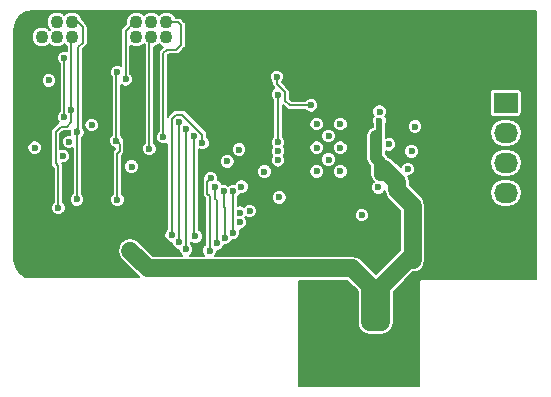
<source format=gbr>
G04 #@! TF.FileFunction,Copper,L2,Inr,Signal*
%FSLAX46Y46*%
G04 Gerber Fmt 4.6, Leading zero omitted, Abs format (unit mm)*
G04 Created by KiCad (PCBNEW 4.0.2+e4-6225~38~ubuntu14.04.1-stable) date Sat 23 Jul 2016 00:32:59 PDT*
%MOMM*%
G01*
G04 APERTURE LIST*
%ADD10C,0.100000*%
%ADD11C,0.600000*%
%ADD12R,2.032000X1.727200*%
%ADD13O,2.032000X1.727200*%
%ADD14C,1.100000*%
%ADD15C,0.150000*%
%ADD16C,1.500000*%
%ADD17C,1.000000*%
%ADD18C,0.500000*%
%ADD19C,0.200000*%
G04 APERTURE END LIST*
D10*
D11*
X152000000Y-83000000D03*
X152000000Y-81000000D03*
X153000000Y-84000000D03*
X151000000Y-84000000D03*
X153000000Y-82000000D03*
X151000000Y-82000000D03*
X153000000Y-80000000D03*
X151000000Y-80000000D03*
D12*
X167000000Y-78190000D03*
D13*
X167000000Y-80730000D03*
X167000000Y-83270000D03*
X167000000Y-85810000D03*
D11*
X143425000Y-83150000D03*
X144425000Y-82150000D03*
D14*
X138270000Y-72635000D03*
X138270000Y-71365000D03*
X137000000Y-72635000D03*
X137000000Y-71365000D03*
X135730000Y-72635000D03*
X135730000Y-71365000D03*
X130270000Y-72635000D03*
X130270000Y-71365000D03*
X129000000Y-72635000D03*
X129000000Y-71365000D03*
X127730000Y-72635000D03*
X127730000Y-71365000D03*
D11*
X129525000Y-82700000D03*
X135325000Y-77500000D03*
X140725000Y-76900000D03*
X138025000Y-83200000D03*
X149025000Y-73700000D03*
X151825000Y-90500000D03*
X150825000Y-90500000D03*
X149825000Y-90500000D03*
X142525000Y-90100000D03*
X142425000Y-85300000D03*
X141925000Y-90700000D03*
X142025000Y-84600000D03*
X143925000Y-89200000D03*
X143925000Y-85700000D03*
X143225000Y-89600000D03*
X143125000Y-85700000D03*
X156525000Y-93700000D03*
X155525000Y-93700000D03*
X155525000Y-94650000D03*
X155525000Y-95700000D03*
X155525000Y-96750000D03*
X156475000Y-96750000D03*
X156475000Y-94650000D03*
X156475000Y-95700000D03*
X135225000Y-90700000D03*
X156350000Y-84275000D03*
X156300000Y-79725000D03*
X139325000Y-90000000D03*
X139325000Y-79800000D03*
X139925000Y-90600000D03*
X139925000Y-80400000D03*
X138725000Y-89400000D03*
X141325000Y-81600000D03*
X156225000Y-85350000D03*
X156325000Y-78950000D03*
X147825000Y-86200000D03*
X159325000Y-80200000D03*
X157125000Y-81700000D03*
X159025000Y-82300000D03*
X158725000Y-83800000D03*
X144625000Y-85300000D03*
X154825000Y-87700000D03*
X150525000Y-78400000D03*
X147625000Y-76000000D03*
X146575000Y-84025000D03*
X129625000Y-74400000D03*
X129625000Y-79400000D03*
X138025000Y-81100000D03*
X130025000Y-81500000D03*
X136825000Y-82100000D03*
X134825000Y-76200000D03*
X128325000Y-76300000D03*
X147725000Y-83050000D03*
X135325000Y-83600000D03*
X147725000Y-82300000D03*
X127125000Y-82000000D03*
X147725000Y-77500000D03*
X147725000Y-81550000D03*
X131950000Y-80075000D03*
X140725000Y-89500000D03*
X140625000Y-81000000D03*
X144475000Y-88300000D03*
X129125000Y-87100000D03*
X130225000Y-78800000D03*
X134125000Y-86400000D03*
X145325000Y-87350000D03*
X134125000Y-75600000D03*
X134025000Y-81400000D03*
X144475000Y-87500000D03*
X130700000Y-86375000D03*
X130725000Y-80700000D03*
D15*
X135725000Y-72640000D02*
X135730000Y-72635000D01*
X142525000Y-90100000D02*
X142525000Y-86400000D01*
X142425000Y-86300000D02*
X142425000Y-85300000D01*
X142525000Y-86400000D02*
X142425000Y-86300000D01*
X141925000Y-90700000D02*
X141925000Y-86100000D01*
X141725000Y-84900000D02*
X142025000Y-84600000D01*
X141725000Y-85900000D02*
X141725000Y-84900000D01*
X141925000Y-86100000D02*
X141725000Y-85900000D01*
X143925000Y-85700000D02*
X143925000Y-89200000D01*
X143225000Y-89600000D02*
X143225000Y-87100000D01*
X143125000Y-87000000D02*
X143125000Y-85700000D01*
X143225000Y-87100000D02*
X143125000Y-87000000D01*
D16*
X159125000Y-91500000D02*
X158725000Y-91500000D01*
X159125000Y-91500000D02*
X159125000Y-89400000D01*
X159125000Y-89400000D02*
X159125000Y-86900000D01*
D17*
X156350000Y-84275000D02*
X157200000Y-84275000D01*
X156725000Y-84300000D02*
X156725000Y-83800000D01*
X157175000Y-84300000D02*
X156725000Y-84300000D01*
X157200000Y-84275000D02*
X157175000Y-84300000D01*
D16*
X159125000Y-86900000D02*
X157825000Y-85600000D01*
X157825000Y-85600000D02*
X157825000Y-84900000D01*
X157825000Y-84900000D02*
X156725000Y-83800000D01*
X156475000Y-93750000D02*
X156475000Y-95700000D01*
X158725000Y-91500000D02*
X156475000Y-93750000D01*
X156475000Y-95700000D02*
X156475000Y-96750000D01*
X156475000Y-96750000D02*
X155525000Y-96750000D01*
X155525000Y-96750000D02*
X155525000Y-95700000D01*
X155525000Y-95700000D02*
X155525000Y-94650000D01*
X155525000Y-94650000D02*
X155525000Y-93700000D01*
X155525000Y-93700000D02*
X154025000Y-92200000D01*
X154025000Y-92200000D02*
X150975000Y-92200000D01*
X150975000Y-92200000D02*
X149275000Y-92200000D01*
X136725000Y-92200000D02*
X135225000Y-90700000D01*
X149275000Y-92200000D02*
X136725000Y-92200000D01*
D17*
X156350000Y-84275000D02*
X156350000Y-83225000D01*
D18*
X156300000Y-80725000D02*
X156300000Y-79725000D01*
X156025000Y-81000000D02*
X156300000Y-80725000D01*
D17*
X156025000Y-82900000D02*
X156025000Y-81000000D01*
X156350000Y-83225000D02*
X156025000Y-82900000D01*
D15*
X139325000Y-79800000D02*
X139325000Y-90000000D01*
X139925000Y-80400000D02*
X139925000Y-90600000D01*
X138725000Y-89400000D02*
X138725000Y-79600000D01*
X141325000Y-80900000D02*
X141325000Y-81600000D01*
X139625000Y-79200000D02*
X141325000Y-80900000D01*
X139125000Y-79200000D02*
X139625000Y-79200000D01*
X138725000Y-79600000D02*
X139125000Y-79200000D01*
X150525000Y-78400000D02*
X148725000Y-78400000D01*
X147625000Y-76600000D02*
X147625000Y-76000000D01*
X148325000Y-77300000D02*
X147625000Y-76600000D01*
X148325000Y-78000000D02*
X148325000Y-77300000D01*
X148725000Y-78400000D02*
X148325000Y-78000000D01*
X129625000Y-74400000D02*
X129625000Y-79400000D01*
X138025000Y-81100000D02*
X138025000Y-74000000D01*
X139290000Y-71365000D02*
X138270000Y-71365000D01*
X139525000Y-71600000D02*
X139290000Y-71365000D01*
X139525000Y-73300000D02*
X139525000Y-71600000D01*
X139125000Y-73700000D02*
X139525000Y-73300000D01*
X138325000Y-73700000D02*
X139125000Y-73700000D01*
X138025000Y-74000000D02*
X138325000Y-73700000D01*
X136825000Y-72810000D02*
X136825000Y-82100000D01*
X136825000Y-72810000D02*
X137000000Y-72635000D01*
X137025000Y-72660000D02*
X137000000Y-72635000D01*
X134825000Y-76200000D02*
X134825000Y-72100000D01*
X134825000Y-72100000D02*
X135560000Y-71365000D01*
X135560000Y-71365000D02*
X135730000Y-71365000D01*
X147725000Y-81550000D02*
X147725000Y-77500000D01*
X140625000Y-81000000D02*
X140625000Y-89400000D01*
X140625000Y-89400000D02*
X140725000Y-89500000D01*
X129125000Y-83550000D02*
X128900000Y-83325000D01*
X129125000Y-87100000D02*
X129125000Y-83550000D01*
X130225000Y-78800000D02*
X130225000Y-79850000D01*
X129875000Y-80200000D02*
X130225000Y-79850000D01*
X129350000Y-80200000D02*
X129875000Y-80200000D01*
X128900000Y-80650000D02*
X129350000Y-80200000D01*
X128900000Y-83325000D02*
X128900000Y-80650000D01*
X130225000Y-72680000D02*
X130225000Y-78800000D01*
X130225000Y-72680000D02*
X130270000Y-72635000D01*
X134125000Y-82500000D02*
X134325000Y-82300000D01*
X134325000Y-82300000D02*
X134325000Y-81700000D01*
X134025000Y-81400000D02*
X134325000Y-81700000D01*
X134125000Y-86400000D02*
X134125000Y-82500000D01*
X134025000Y-75700000D02*
X134125000Y-75600000D01*
X134025000Y-81400000D02*
X134025000Y-75700000D01*
X130725000Y-80700000D02*
X130725000Y-86350000D01*
X130725000Y-86350000D02*
X130700000Y-86375000D01*
X130725000Y-80700000D02*
X130725000Y-80700000D01*
X130725000Y-80700000D02*
X130725000Y-80400000D01*
X131225000Y-71800000D02*
X130790000Y-71365000D01*
X131225000Y-73100000D02*
X131225000Y-71800000D01*
X130825000Y-73500000D02*
X131225000Y-73100000D01*
X130825000Y-80300000D02*
X130825000Y-73500000D01*
X130725000Y-80400000D02*
X130825000Y-80300000D01*
X130790000Y-71365000D02*
X130270000Y-71365000D01*
D19*
G36*
X169597716Y-70402284D02*
X169605000Y-70438903D01*
X169605000Y-93061097D01*
X169597716Y-93097716D01*
X169586234Y-93100000D01*
X159800000Y-93100000D01*
X159761094Y-93107879D01*
X159728319Y-93130273D01*
X159706839Y-93163654D01*
X159700000Y-93200000D01*
X159700000Y-102200000D01*
X149500000Y-102200000D01*
X149500000Y-93270000D01*
X153581792Y-93270000D01*
X154455000Y-94143208D01*
X154455000Y-96750000D01*
X154536449Y-97159471D01*
X154768396Y-97506604D01*
X155115529Y-97738551D01*
X155525000Y-97820000D01*
X156475000Y-97820000D01*
X156884471Y-97738551D01*
X157231604Y-97506604D01*
X157463551Y-97159471D01*
X157545000Y-96750000D01*
X157545000Y-94193208D01*
X159178938Y-92559271D01*
X159534471Y-92488551D01*
X159881604Y-92256604D01*
X160113551Y-91909471D01*
X160195000Y-91500000D01*
X160195000Y-86900000D01*
X160113551Y-86490529D01*
X160096448Y-86464932D01*
X159881605Y-86143396D01*
X159548209Y-85810000D01*
X165637826Y-85810000D01*
X165727922Y-86262944D01*
X165984494Y-86646932D01*
X166368482Y-86903504D01*
X166821426Y-86993600D01*
X167178574Y-86993600D01*
X167631518Y-86903504D01*
X168015506Y-86646932D01*
X168272078Y-86262944D01*
X168362174Y-85810000D01*
X168272078Y-85357056D01*
X168015506Y-84973068D01*
X167631518Y-84716496D01*
X167178574Y-84626400D01*
X166821426Y-84626400D01*
X166368482Y-84716496D01*
X165984494Y-84973068D01*
X165727922Y-85357056D01*
X165637826Y-85810000D01*
X159548209Y-85810000D01*
X158895000Y-85156792D01*
X158895000Y-84900000D01*
X158813551Y-84490529D01*
X158766450Y-84420037D01*
X158847785Y-84420108D01*
X159075743Y-84325917D01*
X159250304Y-84151661D01*
X159344893Y-83923867D01*
X159345108Y-83677215D01*
X159250917Y-83449257D01*
X159076661Y-83274696D01*
X159065352Y-83270000D01*
X165637826Y-83270000D01*
X165727922Y-83722944D01*
X165984494Y-84106932D01*
X166368482Y-84363504D01*
X166821426Y-84453600D01*
X167178574Y-84453600D01*
X167631518Y-84363504D01*
X168015506Y-84106932D01*
X168272078Y-83722944D01*
X168362174Y-83270000D01*
X168272078Y-82817056D01*
X168015506Y-82433068D01*
X167631518Y-82176496D01*
X167178574Y-82086400D01*
X166821426Y-82086400D01*
X166368482Y-82176496D01*
X165984494Y-82433068D01*
X165727922Y-82817056D01*
X165637826Y-83270000D01*
X159065352Y-83270000D01*
X158848867Y-83180107D01*
X158602215Y-83179892D01*
X158374257Y-83274083D01*
X158199696Y-83448339D01*
X158107816Y-83669608D01*
X157481604Y-83043396D01*
X157134471Y-82811449D01*
X157026592Y-82789990D01*
X156929828Y-82645172D01*
X156929825Y-82645170D01*
X156845000Y-82560345D01*
X156845000Y-82422785D01*
X158404892Y-82422785D01*
X158499083Y-82650743D01*
X158673339Y-82825304D01*
X158901133Y-82919893D01*
X159147785Y-82920108D01*
X159375743Y-82825917D01*
X159550304Y-82651661D01*
X159644893Y-82423867D01*
X159645108Y-82177215D01*
X159550917Y-81949257D01*
X159376661Y-81774696D01*
X159148867Y-81680107D01*
X158902215Y-81679892D01*
X158674257Y-81774083D01*
X158499696Y-81948339D01*
X158405107Y-82176133D01*
X158404892Y-82422785D01*
X156845000Y-82422785D01*
X156845000Y-82255060D01*
X157001133Y-82319893D01*
X157247785Y-82320108D01*
X157475743Y-82225917D01*
X157650304Y-82051661D01*
X157744893Y-81823867D01*
X157745108Y-81577215D01*
X157650917Y-81349257D01*
X157476661Y-81174696D01*
X157248867Y-81080107D01*
X157002215Y-81079892D01*
X156845000Y-81144852D01*
X156845000Y-81000000D01*
X156830150Y-80925343D01*
X156870000Y-80725000D01*
X156870000Y-80322785D01*
X158704892Y-80322785D01*
X158799083Y-80550743D01*
X158973339Y-80725304D01*
X159201133Y-80819893D01*
X159447785Y-80820108D01*
X159665861Y-80730000D01*
X165637826Y-80730000D01*
X165727922Y-81182944D01*
X165984494Y-81566932D01*
X166368482Y-81823504D01*
X166821426Y-81913600D01*
X167178574Y-81913600D01*
X167631518Y-81823504D01*
X168015506Y-81566932D01*
X168272078Y-81182944D01*
X168362174Y-80730000D01*
X168272078Y-80277056D01*
X168015506Y-79893068D01*
X167631518Y-79636496D01*
X167178574Y-79546400D01*
X166821426Y-79546400D01*
X166368482Y-79636496D01*
X165984494Y-79893068D01*
X165727922Y-80277056D01*
X165637826Y-80730000D01*
X159665861Y-80730000D01*
X159675743Y-80725917D01*
X159850304Y-80551661D01*
X159944893Y-80323867D01*
X159945108Y-80077215D01*
X159850917Y-79849257D01*
X159676661Y-79674696D01*
X159448867Y-79580107D01*
X159202215Y-79579892D01*
X158974257Y-79674083D01*
X158799696Y-79848339D01*
X158705107Y-80076133D01*
X158704892Y-80322785D01*
X156870000Y-80322785D01*
X156870000Y-79969022D01*
X156919893Y-79848867D01*
X156920108Y-79602215D01*
X156825917Y-79374257D01*
X156801791Y-79350089D01*
X156850304Y-79301661D01*
X156944893Y-79073867D01*
X156945108Y-78827215D01*
X156850917Y-78599257D01*
X156676661Y-78424696D01*
X156448867Y-78330107D01*
X156202215Y-78329892D01*
X155974257Y-78424083D01*
X155799696Y-78598339D01*
X155705107Y-78826133D01*
X155704892Y-79072785D01*
X155799083Y-79300743D01*
X155823209Y-79324911D01*
X155774696Y-79373339D01*
X155680107Y-79601133D01*
X155679892Y-79847785D01*
X155730000Y-79969055D01*
X155730000Y-80238679D01*
X155711200Y-80242419D01*
X155445172Y-80420172D01*
X155267419Y-80686200D01*
X155205000Y-81000000D01*
X155205000Y-82899995D01*
X155204999Y-82900000D01*
X155267419Y-83213801D01*
X155445172Y-83479828D01*
X155530000Y-83564656D01*
X155530000Y-84275000D01*
X155592419Y-84588800D01*
X155770172Y-84854828D01*
X155814073Y-84884162D01*
X155699696Y-84998339D01*
X155605107Y-85226133D01*
X155604892Y-85472785D01*
X155699083Y-85700743D01*
X155873339Y-85875304D01*
X156101133Y-85969893D01*
X156347785Y-85970108D01*
X156575743Y-85875917D01*
X156750304Y-85701661D01*
X156767151Y-85661089D01*
X156836449Y-86009471D01*
X157068396Y-86356604D01*
X158055000Y-87343209D01*
X158055000Y-90685528D01*
X157968396Y-90743395D01*
X156025000Y-92686792D01*
X154781604Y-91443396D01*
X154434471Y-91211449D01*
X154025000Y-91130000D01*
X142371828Y-91130000D01*
X142450304Y-91051661D01*
X142544893Y-90823867D01*
X142544984Y-90720018D01*
X142647785Y-90720108D01*
X142875743Y-90625917D01*
X143050304Y-90451661D01*
X143144893Y-90223867D01*
X143144896Y-90219931D01*
X143347785Y-90220108D01*
X143575743Y-90125917D01*
X143750304Y-89951661D01*
X143805018Y-89819896D01*
X144047785Y-89820108D01*
X144275743Y-89725917D01*
X144450304Y-89551661D01*
X144544893Y-89323867D01*
X144545108Y-89077215D01*
X144480150Y-88920005D01*
X144597785Y-88920108D01*
X144825743Y-88825917D01*
X145000304Y-88651661D01*
X145094893Y-88423867D01*
X145095108Y-88177215D01*
X145000917Y-87949257D01*
X144951813Y-87900067D01*
X144975656Y-87876266D01*
X145201133Y-87969893D01*
X145447785Y-87970108D01*
X145675743Y-87875917D01*
X145728967Y-87822785D01*
X154204892Y-87822785D01*
X154299083Y-88050743D01*
X154473339Y-88225304D01*
X154701133Y-88319893D01*
X154947785Y-88320108D01*
X155175743Y-88225917D01*
X155350304Y-88051661D01*
X155444893Y-87823867D01*
X155445108Y-87577215D01*
X155350917Y-87349257D01*
X155176661Y-87174696D01*
X154948867Y-87080107D01*
X154702215Y-87079892D01*
X154474257Y-87174083D01*
X154299696Y-87348339D01*
X154205107Y-87576133D01*
X154204892Y-87822785D01*
X145728967Y-87822785D01*
X145850304Y-87701661D01*
X145944893Y-87473867D01*
X145945108Y-87227215D01*
X145850917Y-86999257D01*
X145676661Y-86824696D01*
X145448867Y-86730107D01*
X145202215Y-86729892D01*
X144974257Y-86824083D01*
X144824344Y-86973734D01*
X144598867Y-86880107D01*
X144352215Y-86879892D01*
X144320000Y-86893203D01*
X144320000Y-86322785D01*
X147204892Y-86322785D01*
X147299083Y-86550743D01*
X147473339Y-86725304D01*
X147701133Y-86819893D01*
X147947785Y-86820108D01*
X148175743Y-86725917D01*
X148350304Y-86551661D01*
X148444893Y-86323867D01*
X148445108Y-86077215D01*
X148350917Y-85849257D01*
X148176661Y-85674696D01*
X147948867Y-85580107D01*
X147702215Y-85579892D01*
X147474257Y-85674083D01*
X147299696Y-85848339D01*
X147205107Y-86076133D01*
X147204892Y-86322785D01*
X144320000Y-86322785D01*
X144320000Y-86181737D01*
X144450304Y-86051661D01*
X144505018Y-85919896D01*
X144747785Y-85920108D01*
X144975743Y-85825917D01*
X145150304Y-85651661D01*
X145244893Y-85423867D01*
X145245108Y-85177215D01*
X145150917Y-84949257D01*
X144976661Y-84774696D01*
X144748867Y-84680107D01*
X144502215Y-84679892D01*
X144274257Y-84774083D01*
X144099696Y-84948339D01*
X144044982Y-85080104D01*
X143802215Y-85079892D01*
X143574257Y-85174083D01*
X143525067Y-85223187D01*
X143476661Y-85174696D01*
X143248867Y-85080107D01*
X143004896Y-85079894D01*
X142950917Y-84949257D01*
X142776661Y-84774696D01*
X142644896Y-84719982D01*
X142645108Y-84477215D01*
X142550917Y-84249257D01*
X142449623Y-84147785D01*
X145954892Y-84147785D01*
X146049083Y-84375743D01*
X146223339Y-84550304D01*
X146451133Y-84644893D01*
X146697785Y-84645108D01*
X146925743Y-84550917D01*
X147100304Y-84376661D01*
X147194893Y-84148867D01*
X147194915Y-84122785D01*
X150379892Y-84122785D01*
X150474083Y-84350743D01*
X150648339Y-84525304D01*
X150876133Y-84619893D01*
X151122785Y-84620108D01*
X151350743Y-84525917D01*
X151525304Y-84351661D01*
X151619893Y-84123867D01*
X151619893Y-84122785D01*
X152379892Y-84122785D01*
X152474083Y-84350743D01*
X152648339Y-84525304D01*
X152876133Y-84619893D01*
X153122785Y-84620108D01*
X153350743Y-84525917D01*
X153525304Y-84351661D01*
X153619893Y-84123867D01*
X153620108Y-83877215D01*
X153525917Y-83649257D01*
X153351661Y-83474696D01*
X153123867Y-83380107D01*
X152877215Y-83379892D01*
X152649257Y-83474083D01*
X152474696Y-83648339D01*
X152380107Y-83876133D01*
X152379892Y-84122785D01*
X151619893Y-84122785D01*
X151620108Y-83877215D01*
X151525917Y-83649257D01*
X151351661Y-83474696D01*
X151123867Y-83380107D01*
X150877215Y-83379892D01*
X150649257Y-83474083D01*
X150474696Y-83648339D01*
X150380107Y-83876133D01*
X150379892Y-84122785D01*
X147194915Y-84122785D01*
X147195108Y-83902215D01*
X147100917Y-83674257D01*
X146926661Y-83499696D01*
X146698867Y-83405107D01*
X146452215Y-83404892D01*
X146224257Y-83499083D01*
X146049696Y-83673339D01*
X145955107Y-83901133D01*
X145954892Y-84147785D01*
X142449623Y-84147785D01*
X142376661Y-84074696D01*
X142148867Y-83980107D01*
X141902215Y-83979892D01*
X141674257Y-84074083D01*
X141499696Y-84248339D01*
X141405107Y-84476133D01*
X141404928Y-84681702D01*
X141360068Y-84748840D01*
X141330000Y-84900000D01*
X141330000Y-85900000D01*
X141360068Y-86051160D01*
X141445693Y-86179307D01*
X141530000Y-86263614D01*
X141530000Y-90218263D01*
X141399696Y-90348339D01*
X141305107Y-90576133D01*
X141304892Y-90822785D01*
X141399083Y-91050743D01*
X141478202Y-91130000D01*
X140265861Y-91130000D01*
X140275743Y-91125917D01*
X140450304Y-90951661D01*
X140544893Y-90723867D01*
X140545108Y-90477215D01*
X140450917Y-90249257D01*
X140320000Y-90118111D01*
X140320000Y-89971872D01*
X140373339Y-90025304D01*
X140601133Y-90119893D01*
X140847785Y-90120108D01*
X141075743Y-90025917D01*
X141250304Y-89851661D01*
X141344893Y-89623867D01*
X141345108Y-89377215D01*
X141250917Y-89149257D01*
X141076661Y-88974696D01*
X141020000Y-88951168D01*
X141020000Y-83272785D01*
X142804892Y-83272785D01*
X142899083Y-83500743D01*
X143073339Y-83675304D01*
X143301133Y-83769893D01*
X143547785Y-83770108D01*
X143775743Y-83675917D01*
X143950304Y-83501661D01*
X144044893Y-83273867D01*
X144045108Y-83027215D01*
X143950917Y-82799257D01*
X143776661Y-82624696D01*
X143548867Y-82530107D01*
X143302215Y-82529892D01*
X143074257Y-82624083D01*
X142899696Y-82798339D01*
X142805107Y-83026133D01*
X142804892Y-83272785D01*
X141020000Y-83272785D01*
X141020000Y-82272785D01*
X143804892Y-82272785D01*
X143899083Y-82500743D01*
X144073339Y-82675304D01*
X144301133Y-82769893D01*
X144547785Y-82770108D01*
X144775743Y-82675917D01*
X144950304Y-82501661D01*
X145044893Y-82273867D01*
X145045108Y-82027215D01*
X144950917Y-81799257D01*
X144776661Y-81624696D01*
X144548867Y-81530107D01*
X144302215Y-81529892D01*
X144074257Y-81624083D01*
X143899696Y-81798339D01*
X143805107Y-82026133D01*
X143804892Y-82272785D01*
X141020000Y-82272785D01*
X141020000Y-82144679D01*
X141201133Y-82219893D01*
X141447785Y-82220108D01*
X141675743Y-82125917D01*
X141850304Y-81951661D01*
X141944893Y-81723867D01*
X141945108Y-81477215D01*
X141850917Y-81249257D01*
X141720000Y-81118111D01*
X141720000Y-80900000D01*
X141689932Y-80748840D01*
X141604307Y-80620693D01*
X139904307Y-78920693D01*
X139776160Y-78835068D01*
X139625000Y-78805000D01*
X139125000Y-78805000D01*
X138973840Y-78835068D01*
X138845693Y-78920693D01*
X138445693Y-79320693D01*
X138420000Y-79359145D01*
X138420000Y-76122785D01*
X147004892Y-76122785D01*
X147099083Y-76350743D01*
X147230000Y-76481889D01*
X147230000Y-76600000D01*
X147260068Y-76751160D01*
X147345693Y-76879307D01*
X147421110Y-76954724D01*
X147374257Y-76974083D01*
X147199696Y-77148339D01*
X147105107Y-77376133D01*
X147104892Y-77622785D01*
X147199083Y-77850743D01*
X147330000Y-77981889D01*
X147330000Y-81068263D01*
X147199696Y-81198339D01*
X147105107Y-81426133D01*
X147104892Y-81672785D01*
X147199083Y-81900743D01*
X147223187Y-81924889D01*
X147199696Y-81948339D01*
X147105107Y-82176133D01*
X147104892Y-82422785D01*
X147199083Y-82650743D01*
X147223187Y-82674889D01*
X147199696Y-82698339D01*
X147105107Y-82926133D01*
X147104892Y-83172785D01*
X147199083Y-83400743D01*
X147373339Y-83575304D01*
X147601133Y-83669893D01*
X147847785Y-83670108D01*
X148075743Y-83575917D01*
X148250304Y-83401661D01*
X148344893Y-83173867D01*
X148344937Y-83122785D01*
X151379892Y-83122785D01*
X151474083Y-83350743D01*
X151648339Y-83525304D01*
X151876133Y-83619893D01*
X152122785Y-83620108D01*
X152350743Y-83525917D01*
X152525304Y-83351661D01*
X152619893Y-83123867D01*
X152620108Y-82877215D01*
X152525917Y-82649257D01*
X152351661Y-82474696D01*
X152123867Y-82380107D01*
X151877215Y-82379892D01*
X151649257Y-82474083D01*
X151474696Y-82648339D01*
X151380107Y-82876133D01*
X151379892Y-83122785D01*
X148344937Y-83122785D01*
X148345108Y-82927215D01*
X148250917Y-82699257D01*
X148226813Y-82675111D01*
X148250304Y-82651661D01*
X148344893Y-82423867D01*
X148345108Y-82177215D01*
X148322618Y-82122785D01*
X150379892Y-82122785D01*
X150474083Y-82350743D01*
X150648339Y-82525304D01*
X150876133Y-82619893D01*
X151122785Y-82620108D01*
X151350743Y-82525917D01*
X151525304Y-82351661D01*
X151619893Y-82123867D01*
X151619893Y-82122785D01*
X152379892Y-82122785D01*
X152474083Y-82350743D01*
X152648339Y-82525304D01*
X152876133Y-82619893D01*
X153122785Y-82620108D01*
X153350743Y-82525917D01*
X153525304Y-82351661D01*
X153619893Y-82123867D01*
X153620108Y-81877215D01*
X153525917Y-81649257D01*
X153351661Y-81474696D01*
X153123867Y-81380107D01*
X152877215Y-81379892D01*
X152649257Y-81474083D01*
X152474696Y-81648339D01*
X152380107Y-81876133D01*
X152379892Y-82122785D01*
X151619893Y-82122785D01*
X151620108Y-81877215D01*
X151525917Y-81649257D01*
X151351661Y-81474696D01*
X151123867Y-81380107D01*
X150877215Y-81379892D01*
X150649257Y-81474083D01*
X150474696Y-81648339D01*
X150380107Y-81876133D01*
X150379892Y-82122785D01*
X148322618Y-82122785D01*
X148250917Y-81949257D01*
X148226813Y-81925111D01*
X148250304Y-81901661D01*
X148344893Y-81673867D01*
X148345108Y-81427215D01*
X148250917Y-81199257D01*
X148174579Y-81122785D01*
X151379892Y-81122785D01*
X151474083Y-81350743D01*
X151648339Y-81525304D01*
X151876133Y-81619893D01*
X152122785Y-81620108D01*
X152350743Y-81525917D01*
X152525304Y-81351661D01*
X152619893Y-81123867D01*
X152620108Y-80877215D01*
X152525917Y-80649257D01*
X152351661Y-80474696D01*
X152123867Y-80380107D01*
X151877215Y-80379892D01*
X151649257Y-80474083D01*
X151474696Y-80648339D01*
X151380107Y-80876133D01*
X151379892Y-81122785D01*
X148174579Y-81122785D01*
X148120000Y-81068111D01*
X148120000Y-80122785D01*
X150379892Y-80122785D01*
X150474083Y-80350743D01*
X150648339Y-80525304D01*
X150876133Y-80619893D01*
X151122785Y-80620108D01*
X151350743Y-80525917D01*
X151525304Y-80351661D01*
X151619893Y-80123867D01*
X151619893Y-80122785D01*
X152379892Y-80122785D01*
X152474083Y-80350743D01*
X152648339Y-80525304D01*
X152876133Y-80619893D01*
X153122785Y-80620108D01*
X153350743Y-80525917D01*
X153525304Y-80351661D01*
X153619893Y-80123867D01*
X153620108Y-79877215D01*
X153525917Y-79649257D01*
X153351661Y-79474696D01*
X153123867Y-79380107D01*
X152877215Y-79379892D01*
X152649257Y-79474083D01*
X152474696Y-79648339D01*
X152380107Y-79876133D01*
X152379892Y-80122785D01*
X151619893Y-80122785D01*
X151620108Y-79877215D01*
X151525917Y-79649257D01*
X151351661Y-79474696D01*
X151123867Y-79380107D01*
X150877215Y-79379892D01*
X150649257Y-79474083D01*
X150474696Y-79648339D01*
X150380107Y-79876133D01*
X150379892Y-80122785D01*
X148120000Y-80122785D01*
X148120000Y-78353614D01*
X148445693Y-78679307D01*
X148573840Y-78764932D01*
X148725000Y-78795000D01*
X150043263Y-78795000D01*
X150173339Y-78925304D01*
X150401133Y-79019893D01*
X150647785Y-79020108D01*
X150875743Y-78925917D01*
X151050304Y-78751661D01*
X151144893Y-78523867D01*
X151145108Y-78277215D01*
X151050917Y-78049257D01*
X150876661Y-77874696D01*
X150648867Y-77780107D01*
X150402215Y-77779892D01*
X150174257Y-77874083D01*
X150043111Y-78005000D01*
X148888614Y-78005000D01*
X148720000Y-77836386D01*
X148720000Y-77326400D01*
X165657731Y-77326400D01*
X165657731Y-79053600D01*
X165680044Y-79172185D01*
X165750128Y-79281098D01*
X165857063Y-79354164D01*
X165984000Y-79379869D01*
X168016000Y-79379869D01*
X168134585Y-79357556D01*
X168243498Y-79287472D01*
X168316564Y-79180537D01*
X168342269Y-79053600D01*
X168342269Y-77326400D01*
X168319956Y-77207815D01*
X168249872Y-77098902D01*
X168142937Y-77025836D01*
X168016000Y-77000131D01*
X165984000Y-77000131D01*
X165865415Y-77022444D01*
X165756502Y-77092528D01*
X165683436Y-77199463D01*
X165657731Y-77326400D01*
X148720000Y-77326400D01*
X148720000Y-77300000D01*
X148689932Y-77148840D01*
X148652306Y-77092528D01*
X148604307Y-77020692D01*
X148042696Y-76459081D01*
X148150304Y-76351661D01*
X148244893Y-76123867D01*
X148245108Y-75877215D01*
X148150917Y-75649257D01*
X147976661Y-75474696D01*
X147748867Y-75380107D01*
X147502215Y-75379892D01*
X147274257Y-75474083D01*
X147099696Y-75648339D01*
X147005107Y-75876133D01*
X147004892Y-76122785D01*
X138420000Y-76122785D01*
X138420000Y-74163614D01*
X138488614Y-74095000D01*
X139125000Y-74095000D01*
X139276160Y-74064932D01*
X139404307Y-73979307D01*
X139804307Y-73579307D01*
X139889932Y-73451160D01*
X139895992Y-73420693D01*
X139920000Y-73300000D01*
X139920000Y-71600000D01*
X139889932Y-71448840D01*
X139804307Y-71320693D01*
X139569307Y-71085693D01*
X139441160Y-71000068D01*
X139290000Y-70970000D01*
X139048130Y-70970000D01*
X139007980Y-70872829D01*
X138763459Y-70627880D01*
X138443813Y-70495152D01*
X138097706Y-70494850D01*
X137777829Y-70627020D01*
X137634965Y-70769634D01*
X137493459Y-70627880D01*
X137173813Y-70495152D01*
X136827706Y-70494850D01*
X136507829Y-70627020D01*
X136364965Y-70769634D01*
X136223459Y-70627880D01*
X135903813Y-70495152D01*
X135557706Y-70494850D01*
X135237829Y-70627020D01*
X134992880Y-70871541D01*
X134860152Y-71191187D01*
X134859877Y-71506509D01*
X134545693Y-71820693D01*
X134460068Y-71948840D01*
X134430000Y-72100000D01*
X134430000Y-75055321D01*
X134248867Y-74980107D01*
X134002215Y-74979892D01*
X133774257Y-75074083D01*
X133599696Y-75248339D01*
X133505107Y-75476133D01*
X133504892Y-75722785D01*
X133599083Y-75950743D01*
X133630000Y-75981714D01*
X133630000Y-80918263D01*
X133499696Y-81048339D01*
X133405107Y-81276133D01*
X133404892Y-81522785D01*
X133499083Y-81750743D01*
X133673339Y-81925304D01*
X133901133Y-82019893D01*
X133930000Y-82019918D01*
X133930000Y-82136386D01*
X133845693Y-82220693D01*
X133760068Y-82348840D01*
X133730000Y-82500000D01*
X133730000Y-85918263D01*
X133599696Y-86048339D01*
X133505107Y-86276133D01*
X133504892Y-86522785D01*
X133599083Y-86750743D01*
X133773339Y-86925304D01*
X134001133Y-87019893D01*
X134247785Y-87020108D01*
X134475743Y-86925917D01*
X134650304Y-86751661D01*
X134744893Y-86523867D01*
X134745108Y-86277215D01*
X134650917Y-86049257D01*
X134520000Y-85918111D01*
X134520000Y-83722785D01*
X134704892Y-83722785D01*
X134799083Y-83950743D01*
X134973339Y-84125304D01*
X135201133Y-84219893D01*
X135447785Y-84220108D01*
X135675743Y-84125917D01*
X135850304Y-83951661D01*
X135944893Y-83723867D01*
X135945108Y-83477215D01*
X135850917Y-83249257D01*
X135676661Y-83074696D01*
X135448867Y-82980107D01*
X135202215Y-82979892D01*
X134974257Y-83074083D01*
X134799696Y-83248339D01*
X134705107Y-83476133D01*
X134704892Y-83722785D01*
X134520000Y-83722785D01*
X134520000Y-82663614D01*
X134604307Y-82579307D01*
X134639981Y-82525917D01*
X134689932Y-82451160D01*
X134720000Y-82300000D01*
X134720000Y-81700000D01*
X134689932Y-81548840D01*
X134644930Y-81481490D01*
X134645108Y-81277215D01*
X134550917Y-81049257D01*
X134420000Y-80918111D01*
X134420000Y-76671872D01*
X134473339Y-76725304D01*
X134701133Y-76819893D01*
X134947785Y-76820108D01*
X135175743Y-76725917D01*
X135350304Y-76551661D01*
X135444893Y-76323867D01*
X135445108Y-76077215D01*
X135350917Y-75849257D01*
X135220000Y-75718111D01*
X135220000Y-73355550D01*
X135236541Y-73372120D01*
X135556187Y-73504848D01*
X135902294Y-73505150D01*
X136222171Y-73372980D01*
X136365035Y-73230366D01*
X136430000Y-73295445D01*
X136430000Y-81618263D01*
X136299696Y-81748339D01*
X136205107Y-81976133D01*
X136204892Y-82222785D01*
X136299083Y-82450743D01*
X136473339Y-82625304D01*
X136701133Y-82719893D01*
X136947785Y-82720108D01*
X137175743Y-82625917D01*
X137350304Y-82451661D01*
X137444893Y-82223867D01*
X137445108Y-81977215D01*
X137350917Y-81749257D01*
X137220000Y-81618111D01*
X137220000Y-73485438D01*
X137492171Y-73372980D01*
X137635035Y-73230366D01*
X137776541Y-73372120D01*
X138001044Y-73465342D01*
X137745693Y-73720693D01*
X137660068Y-73848840D01*
X137630000Y-74000000D01*
X137630000Y-80618263D01*
X137499696Y-80748339D01*
X137405107Y-80976133D01*
X137404892Y-81222785D01*
X137499083Y-81450743D01*
X137673339Y-81625304D01*
X137901133Y-81719893D01*
X138147785Y-81720108D01*
X138330000Y-81644818D01*
X138330000Y-88918263D01*
X138199696Y-89048339D01*
X138105107Y-89276133D01*
X138104892Y-89522785D01*
X138199083Y-89750743D01*
X138373339Y-89925304D01*
X138601133Y-90019893D01*
X138704982Y-90019984D01*
X138704892Y-90122785D01*
X138799083Y-90350743D01*
X138973339Y-90525304D01*
X139201133Y-90619893D01*
X139304982Y-90619984D01*
X139304892Y-90722785D01*
X139399083Y-90950743D01*
X139573339Y-91125304D01*
X139584648Y-91130000D01*
X137168208Y-91130000D01*
X135981604Y-89943396D01*
X135634471Y-89711449D01*
X135225000Y-89630000D01*
X134815529Y-89711449D01*
X134468396Y-89943396D01*
X134236449Y-90290529D01*
X134155000Y-90700000D01*
X134236449Y-91109471D01*
X134468396Y-91456604D01*
X135911792Y-92900000D01*
X126275496Y-92900000D01*
X125870565Y-92629435D01*
X125524323Y-92111245D01*
X125395000Y-91461096D01*
X125395000Y-82122785D01*
X126504892Y-82122785D01*
X126599083Y-82350743D01*
X126773339Y-82525304D01*
X127001133Y-82619893D01*
X127247785Y-82620108D01*
X127475743Y-82525917D01*
X127650304Y-82351661D01*
X127744893Y-82123867D01*
X127745108Y-81877215D01*
X127650917Y-81649257D01*
X127476661Y-81474696D01*
X127248867Y-81380107D01*
X127002215Y-81379892D01*
X126774257Y-81474083D01*
X126599696Y-81648339D01*
X126505107Y-81876133D01*
X126504892Y-82122785D01*
X125395000Y-82122785D01*
X125395000Y-76422785D01*
X127704892Y-76422785D01*
X127799083Y-76650743D01*
X127973339Y-76825304D01*
X128201133Y-76919893D01*
X128447785Y-76920108D01*
X128675743Y-76825917D01*
X128850304Y-76651661D01*
X128944893Y-76423867D01*
X128945108Y-76177215D01*
X128850917Y-75949257D01*
X128676661Y-75774696D01*
X128448867Y-75680107D01*
X128202215Y-75679892D01*
X127974257Y-75774083D01*
X127799696Y-75948339D01*
X127705107Y-76176133D01*
X127704892Y-76422785D01*
X125395000Y-76422785D01*
X125395000Y-72807294D01*
X126859850Y-72807294D01*
X126992020Y-73127171D01*
X127236541Y-73372120D01*
X127556187Y-73504848D01*
X127902294Y-73505150D01*
X128222171Y-73372980D01*
X128365035Y-73230366D01*
X128506541Y-73372120D01*
X128826187Y-73504848D01*
X129172294Y-73505150D01*
X129492171Y-73372980D01*
X129635035Y-73230366D01*
X129776541Y-73372120D01*
X129830000Y-73394318D01*
X129830000Y-73813797D01*
X129748867Y-73780107D01*
X129502215Y-73779892D01*
X129274257Y-73874083D01*
X129099696Y-74048339D01*
X129005107Y-74276133D01*
X129004892Y-74522785D01*
X129099083Y-74750743D01*
X129230000Y-74881889D01*
X129230000Y-78918263D01*
X129099696Y-79048339D01*
X129005107Y-79276133D01*
X129004892Y-79522785D01*
X129099083Y-79750743D01*
X129189494Y-79841313D01*
X129070693Y-79920693D01*
X128620693Y-80370693D01*
X128535068Y-80498840D01*
X128505000Y-80650000D01*
X128505000Y-83325000D01*
X128535068Y-83476160D01*
X128620693Y-83604307D01*
X128730000Y-83713614D01*
X128730000Y-86618263D01*
X128599696Y-86748339D01*
X128505107Y-86976133D01*
X128504892Y-87222785D01*
X128599083Y-87450743D01*
X128773339Y-87625304D01*
X129001133Y-87719893D01*
X129247785Y-87720108D01*
X129475743Y-87625917D01*
X129650304Y-87451661D01*
X129744893Y-87223867D01*
X129745108Y-86977215D01*
X129650917Y-86749257D01*
X129520000Y-86618111D01*
X129520000Y-83550000D01*
X129489932Y-83398840D01*
X129437202Y-83319924D01*
X129647785Y-83320108D01*
X129875743Y-83225917D01*
X130050304Y-83051661D01*
X130144893Y-82823867D01*
X130145108Y-82577215D01*
X130050917Y-82349257D01*
X129876661Y-82174696D01*
X129648867Y-82080107D01*
X129402215Y-82079892D01*
X129295000Y-82124193D01*
X129295000Y-80813614D01*
X129513614Y-80595000D01*
X129875000Y-80595000D01*
X130026160Y-80564932D01*
X130141859Y-80487624D01*
X130105107Y-80576133D01*
X130104892Y-80822785D01*
X130128570Y-80880089D01*
X129902215Y-80879892D01*
X129674257Y-80974083D01*
X129499696Y-81148339D01*
X129405107Y-81376133D01*
X129404892Y-81622785D01*
X129499083Y-81850743D01*
X129673339Y-82025304D01*
X129901133Y-82119893D01*
X130147785Y-82120108D01*
X130330000Y-82044818D01*
X130330000Y-85868306D01*
X130174696Y-86023339D01*
X130080107Y-86251133D01*
X130079892Y-86497785D01*
X130174083Y-86725743D01*
X130348339Y-86900304D01*
X130576133Y-86994893D01*
X130822785Y-86995108D01*
X131050743Y-86900917D01*
X131225304Y-86726661D01*
X131319893Y-86498867D01*
X131320108Y-86252215D01*
X131225917Y-86024257D01*
X131120000Y-85918155D01*
X131120000Y-81181737D01*
X131250304Y-81051661D01*
X131344893Y-80823867D01*
X131345108Y-80577215D01*
X131250917Y-80349257D01*
X131216967Y-80315248D01*
X131220000Y-80300000D01*
X131220000Y-80197785D01*
X131329892Y-80197785D01*
X131424083Y-80425743D01*
X131598339Y-80600304D01*
X131826133Y-80694893D01*
X132072785Y-80695108D01*
X132300743Y-80600917D01*
X132475304Y-80426661D01*
X132569893Y-80198867D01*
X132570108Y-79952215D01*
X132475917Y-79724257D01*
X132301661Y-79549696D01*
X132073867Y-79455107D01*
X131827215Y-79454892D01*
X131599257Y-79549083D01*
X131424696Y-79723339D01*
X131330107Y-79951133D01*
X131329892Y-80197785D01*
X131220000Y-80197785D01*
X131220000Y-73663614D01*
X131504307Y-73379307D01*
X131589932Y-73251160D01*
X131599114Y-73205000D01*
X131620000Y-73100000D01*
X131620000Y-71800000D01*
X131589932Y-71648840D01*
X131504307Y-71520693D01*
X131114682Y-71131068D01*
X131007980Y-70872829D01*
X130763459Y-70627880D01*
X130443813Y-70495152D01*
X130097706Y-70494850D01*
X129777829Y-70627020D01*
X129634965Y-70769634D01*
X129493459Y-70627880D01*
X129173813Y-70495152D01*
X128827706Y-70494850D01*
X128507829Y-70627020D01*
X128262880Y-70871541D01*
X128130152Y-71191187D01*
X128129850Y-71537294D01*
X128262020Y-71857171D01*
X128404634Y-72000035D01*
X128364965Y-72039634D01*
X128223459Y-71897880D01*
X127903813Y-71765152D01*
X127557706Y-71764850D01*
X127237829Y-71897020D01*
X126992880Y-72141541D01*
X126860152Y-72461187D01*
X126859850Y-72807294D01*
X125395000Y-72807294D01*
X125395000Y-72038904D01*
X125524323Y-71388755D01*
X125870565Y-70870565D01*
X126388755Y-70524323D01*
X127038903Y-70395000D01*
X169561098Y-70395000D01*
X169597716Y-70402284D01*
X169597716Y-70402284D01*
G37*
X169597716Y-70402284D02*
X169605000Y-70438903D01*
X169605000Y-93061097D01*
X169597716Y-93097716D01*
X169586234Y-93100000D01*
X159800000Y-93100000D01*
X159761094Y-93107879D01*
X159728319Y-93130273D01*
X159706839Y-93163654D01*
X159700000Y-93200000D01*
X159700000Y-102200000D01*
X149500000Y-102200000D01*
X149500000Y-93270000D01*
X153581792Y-93270000D01*
X154455000Y-94143208D01*
X154455000Y-96750000D01*
X154536449Y-97159471D01*
X154768396Y-97506604D01*
X155115529Y-97738551D01*
X155525000Y-97820000D01*
X156475000Y-97820000D01*
X156884471Y-97738551D01*
X157231604Y-97506604D01*
X157463551Y-97159471D01*
X157545000Y-96750000D01*
X157545000Y-94193208D01*
X159178938Y-92559271D01*
X159534471Y-92488551D01*
X159881604Y-92256604D01*
X160113551Y-91909471D01*
X160195000Y-91500000D01*
X160195000Y-86900000D01*
X160113551Y-86490529D01*
X160096448Y-86464932D01*
X159881605Y-86143396D01*
X159548209Y-85810000D01*
X165637826Y-85810000D01*
X165727922Y-86262944D01*
X165984494Y-86646932D01*
X166368482Y-86903504D01*
X166821426Y-86993600D01*
X167178574Y-86993600D01*
X167631518Y-86903504D01*
X168015506Y-86646932D01*
X168272078Y-86262944D01*
X168362174Y-85810000D01*
X168272078Y-85357056D01*
X168015506Y-84973068D01*
X167631518Y-84716496D01*
X167178574Y-84626400D01*
X166821426Y-84626400D01*
X166368482Y-84716496D01*
X165984494Y-84973068D01*
X165727922Y-85357056D01*
X165637826Y-85810000D01*
X159548209Y-85810000D01*
X158895000Y-85156792D01*
X158895000Y-84900000D01*
X158813551Y-84490529D01*
X158766450Y-84420037D01*
X158847785Y-84420108D01*
X159075743Y-84325917D01*
X159250304Y-84151661D01*
X159344893Y-83923867D01*
X159345108Y-83677215D01*
X159250917Y-83449257D01*
X159076661Y-83274696D01*
X159065352Y-83270000D01*
X165637826Y-83270000D01*
X165727922Y-83722944D01*
X165984494Y-84106932D01*
X166368482Y-84363504D01*
X166821426Y-84453600D01*
X167178574Y-84453600D01*
X167631518Y-84363504D01*
X168015506Y-84106932D01*
X168272078Y-83722944D01*
X168362174Y-83270000D01*
X168272078Y-82817056D01*
X168015506Y-82433068D01*
X167631518Y-82176496D01*
X167178574Y-82086400D01*
X166821426Y-82086400D01*
X166368482Y-82176496D01*
X165984494Y-82433068D01*
X165727922Y-82817056D01*
X165637826Y-83270000D01*
X159065352Y-83270000D01*
X158848867Y-83180107D01*
X158602215Y-83179892D01*
X158374257Y-83274083D01*
X158199696Y-83448339D01*
X158107816Y-83669608D01*
X157481604Y-83043396D01*
X157134471Y-82811449D01*
X157026592Y-82789990D01*
X156929828Y-82645172D01*
X156929825Y-82645170D01*
X156845000Y-82560345D01*
X156845000Y-82422785D01*
X158404892Y-82422785D01*
X158499083Y-82650743D01*
X158673339Y-82825304D01*
X158901133Y-82919893D01*
X159147785Y-82920108D01*
X159375743Y-82825917D01*
X159550304Y-82651661D01*
X159644893Y-82423867D01*
X159645108Y-82177215D01*
X159550917Y-81949257D01*
X159376661Y-81774696D01*
X159148867Y-81680107D01*
X158902215Y-81679892D01*
X158674257Y-81774083D01*
X158499696Y-81948339D01*
X158405107Y-82176133D01*
X158404892Y-82422785D01*
X156845000Y-82422785D01*
X156845000Y-82255060D01*
X157001133Y-82319893D01*
X157247785Y-82320108D01*
X157475743Y-82225917D01*
X157650304Y-82051661D01*
X157744893Y-81823867D01*
X157745108Y-81577215D01*
X157650917Y-81349257D01*
X157476661Y-81174696D01*
X157248867Y-81080107D01*
X157002215Y-81079892D01*
X156845000Y-81144852D01*
X156845000Y-81000000D01*
X156830150Y-80925343D01*
X156870000Y-80725000D01*
X156870000Y-80322785D01*
X158704892Y-80322785D01*
X158799083Y-80550743D01*
X158973339Y-80725304D01*
X159201133Y-80819893D01*
X159447785Y-80820108D01*
X159665861Y-80730000D01*
X165637826Y-80730000D01*
X165727922Y-81182944D01*
X165984494Y-81566932D01*
X166368482Y-81823504D01*
X166821426Y-81913600D01*
X167178574Y-81913600D01*
X167631518Y-81823504D01*
X168015506Y-81566932D01*
X168272078Y-81182944D01*
X168362174Y-80730000D01*
X168272078Y-80277056D01*
X168015506Y-79893068D01*
X167631518Y-79636496D01*
X167178574Y-79546400D01*
X166821426Y-79546400D01*
X166368482Y-79636496D01*
X165984494Y-79893068D01*
X165727922Y-80277056D01*
X165637826Y-80730000D01*
X159665861Y-80730000D01*
X159675743Y-80725917D01*
X159850304Y-80551661D01*
X159944893Y-80323867D01*
X159945108Y-80077215D01*
X159850917Y-79849257D01*
X159676661Y-79674696D01*
X159448867Y-79580107D01*
X159202215Y-79579892D01*
X158974257Y-79674083D01*
X158799696Y-79848339D01*
X158705107Y-80076133D01*
X158704892Y-80322785D01*
X156870000Y-80322785D01*
X156870000Y-79969022D01*
X156919893Y-79848867D01*
X156920108Y-79602215D01*
X156825917Y-79374257D01*
X156801791Y-79350089D01*
X156850304Y-79301661D01*
X156944893Y-79073867D01*
X156945108Y-78827215D01*
X156850917Y-78599257D01*
X156676661Y-78424696D01*
X156448867Y-78330107D01*
X156202215Y-78329892D01*
X155974257Y-78424083D01*
X155799696Y-78598339D01*
X155705107Y-78826133D01*
X155704892Y-79072785D01*
X155799083Y-79300743D01*
X155823209Y-79324911D01*
X155774696Y-79373339D01*
X155680107Y-79601133D01*
X155679892Y-79847785D01*
X155730000Y-79969055D01*
X155730000Y-80238679D01*
X155711200Y-80242419D01*
X155445172Y-80420172D01*
X155267419Y-80686200D01*
X155205000Y-81000000D01*
X155205000Y-82899995D01*
X155204999Y-82900000D01*
X155267419Y-83213801D01*
X155445172Y-83479828D01*
X155530000Y-83564656D01*
X155530000Y-84275000D01*
X155592419Y-84588800D01*
X155770172Y-84854828D01*
X155814073Y-84884162D01*
X155699696Y-84998339D01*
X155605107Y-85226133D01*
X155604892Y-85472785D01*
X155699083Y-85700743D01*
X155873339Y-85875304D01*
X156101133Y-85969893D01*
X156347785Y-85970108D01*
X156575743Y-85875917D01*
X156750304Y-85701661D01*
X156767151Y-85661089D01*
X156836449Y-86009471D01*
X157068396Y-86356604D01*
X158055000Y-87343209D01*
X158055000Y-90685528D01*
X157968396Y-90743395D01*
X156025000Y-92686792D01*
X154781604Y-91443396D01*
X154434471Y-91211449D01*
X154025000Y-91130000D01*
X142371828Y-91130000D01*
X142450304Y-91051661D01*
X142544893Y-90823867D01*
X142544984Y-90720018D01*
X142647785Y-90720108D01*
X142875743Y-90625917D01*
X143050304Y-90451661D01*
X143144893Y-90223867D01*
X143144896Y-90219931D01*
X143347785Y-90220108D01*
X143575743Y-90125917D01*
X143750304Y-89951661D01*
X143805018Y-89819896D01*
X144047785Y-89820108D01*
X144275743Y-89725917D01*
X144450304Y-89551661D01*
X144544893Y-89323867D01*
X144545108Y-89077215D01*
X144480150Y-88920005D01*
X144597785Y-88920108D01*
X144825743Y-88825917D01*
X145000304Y-88651661D01*
X145094893Y-88423867D01*
X145095108Y-88177215D01*
X145000917Y-87949257D01*
X144951813Y-87900067D01*
X144975656Y-87876266D01*
X145201133Y-87969893D01*
X145447785Y-87970108D01*
X145675743Y-87875917D01*
X145728967Y-87822785D01*
X154204892Y-87822785D01*
X154299083Y-88050743D01*
X154473339Y-88225304D01*
X154701133Y-88319893D01*
X154947785Y-88320108D01*
X155175743Y-88225917D01*
X155350304Y-88051661D01*
X155444893Y-87823867D01*
X155445108Y-87577215D01*
X155350917Y-87349257D01*
X155176661Y-87174696D01*
X154948867Y-87080107D01*
X154702215Y-87079892D01*
X154474257Y-87174083D01*
X154299696Y-87348339D01*
X154205107Y-87576133D01*
X154204892Y-87822785D01*
X145728967Y-87822785D01*
X145850304Y-87701661D01*
X145944893Y-87473867D01*
X145945108Y-87227215D01*
X145850917Y-86999257D01*
X145676661Y-86824696D01*
X145448867Y-86730107D01*
X145202215Y-86729892D01*
X144974257Y-86824083D01*
X144824344Y-86973734D01*
X144598867Y-86880107D01*
X144352215Y-86879892D01*
X144320000Y-86893203D01*
X144320000Y-86322785D01*
X147204892Y-86322785D01*
X147299083Y-86550743D01*
X147473339Y-86725304D01*
X147701133Y-86819893D01*
X147947785Y-86820108D01*
X148175743Y-86725917D01*
X148350304Y-86551661D01*
X148444893Y-86323867D01*
X148445108Y-86077215D01*
X148350917Y-85849257D01*
X148176661Y-85674696D01*
X147948867Y-85580107D01*
X147702215Y-85579892D01*
X147474257Y-85674083D01*
X147299696Y-85848339D01*
X147205107Y-86076133D01*
X147204892Y-86322785D01*
X144320000Y-86322785D01*
X144320000Y-86181737D01*
X144450304Y-86051661D01*
X144505018Y-85919896D01*
X144747785Y-85920108D01*
X144975743Y-85825917D01*
X145150304Y-85651661D01*
X145244893Y-85423867D01*
X145245108Y-85177215D01*
X145150917Y-84949257D01*
X144976661Y-84774696D01*
X144748867Y-84680107D01*
X144502215Y-84679892D01*
X144274257Y-84774083D01*
X144099696Y-84948339D01*
X144044982Y-85080104D01*
X143802215Y-85079892D01*
X143574257Y-85174083D01*
X143525067Y-85223187D01*
X143476661Y-85174696D01*
X143248867Y-85080107D01*
X143004896Y-85079894D01*
X142950917Y-84949257D01*
X142776661Y-84774696D01*
X142644896Y-84719982D01*
X142645108Y-84477215D01*
X142550917Y-84249257D01*
X142449623Y-84147785D01*
X145954892Y-84147785D01*
X146049083Y-84375743D01*
X146223339Y-84550304D01*
X146451133Y-84644893D01*
X146697785Y-84645108D01*
X146925743Y-84550917D01*
X147100304Y-84376661D01*
X147194893Y-84148867D01*
X147194915Y-84122785D01*
X150379892Y-84122785D01*
X150474083Y-84350743D01*
X150648339Y-84525304D01*
X150876133Y-84619893D01*
X151122785Y-84620108D01*
X151350743Y-84525917D01*
X151525304Y-84351661D01*
X151619893Y-84123867D01*
X151619893Y-84122785D01*
X152379892Y-84122785D01*
X152474083Y-84350743D01*
X152648339Y-84525304D01*
X152876133Y-84619893D01*
X153122785Y-84620108D01*
X153350743Y-84525917D01*
X153525304Y-84351661D01*
X153619893Y-84123867D01*
X153620108Y-83877215D01*
X153525917Y-83649257D01*
X153351661Y-83474696D01*
X153123867Y-83380107D01*
X152877215Y-83379892D01*
X152649257Y-83474083D01*
X152474696Y-83648339D01*
X152380107Y-83876133D01*
X152379892Y-84122785D01*
X151619893Y-84122785D01*
X151620108Y-83877215D01*
X151525917Y-83649257D01*
X151351661Y-83474696D01*
X151123867Y-83380107D01*
X150877215Y-83379892D01*
X150649257Y-83474083D01*
X150474696Y-83648339D01*
X150380107Y-83876133D01*
X150379892Y-84122785D01*
X147194915Y-84122785D01*
X147195108Y-83902215D01*
X147100917Y-83674257D01*
X146926661Y-83499696D01*
X146698867Y-83405107D01*
X146452215Y-83404892D01*
X146224257Y-83499083D01*
X146049696Y-83673339D01*
X145955107Y-83901133D01*
X145954892Y-84147785D01*
X142449623Y-84147785D01*
X142376661Y-84074696D01*
X142148867Y-83980107D01*
X141902215Y-83979892D01*
X141674257Y-84074083D01*
X141499696Y-84248339D01*
X141405107Y-84476133D01*
X141404928Y-84681702D01*
X141360068Y-84748840D01*
X141330000Y-84900000D01*
X141330000Y-85900000D01*
X141360068Y-86051160D01*
X141445693Y-86179307D01*
X141530000Y-86263614D01*
X141530000Y-90218263D01*
X141399696Y-90348339D01*
X141305107Y-90576133D01*
X141304892Y-90822785D01*
X141399083Y-91050743D01*
X141478202Y-91130000D01*
X140265861Y-91130000D01*
X140275743Y-91125917D01*
X140450304Y-90951661D01*
X140544893Y-90723867D01*
X140545108Y-90477215D01*
X140450917Y-90249257D01*
X140320000Y-90118111D01*
X140320000Y-89971872D01*
X140373339Y-90025304D01*
X140601133Y-90119893D01*
X140847785Y-90120108D01*
X141075743Y-90025917D01*
X141250304Y-89851661D01*
X141344893Y-89623867D01*
X141345108Y-89377215D01*
X141250917Y-89149257D01*
X141076661Y-88974696D01*
X141020000Y-88951168D01*
X141020000Y-83272785D01*
X142804892Y-83272785D01*
X142899083Y-83500743D01*
X143073339Y-83675304D01*
X143301133Y-83769893D01*
X143547785Y-83770108D01*
X143775743Y-83675917D01*
X143950304Y-83501661D01*
X144044893Y-83273867D01*
X144045108Y-83027215D01*
X143950917Y-82799257D01*
X143776661Y-82624696D01*
X143548867Y-82530107D01*
X143302215Y-82529892D01*
X143074257Y-82624083D01*
X142899696Y-82798339D01*
X142805107Y-83026133D01*
X142804892Y-83272785D01*
X141020000Y-83272785D01*
X141020000Y-82272785D01*
X143804892Y-82272785D01*
X143899083Y-82500743D01*
X144073339Y-82675304D01*
X144301133Y-82769893D01*
X144547785Y-82770108D01*
X144775743Y-82675917D01*
X144950304Y-82501661D01*
X145044893Y-82273867D01*
X145045108Y-82027215D01*
X144950917Y-81799257D01*
X144776661Y-81624696D01*
X144548867Y-81530107D01*
X144302215Y-81529892D01*
X144074257Y-81624083D01*
X143899696Y-81798339D01*
X143805107Y-82026133D01*
X143804892Y-82272785D01*
X141020000Y-82272785D01*
X141020000Y-82144679D01*
X141201133Y-82219893D01*
X141447785Y-82220108D01*
X141675743Y-82125917D01*
X141850304Y-81951661D01*
X141944893Y-81723867D01*
X141945108Y-81477215D01*
X141850917Y-81249257D01*
X141720000Y-81118111D01*
X141720000Y-80900000D01*
X141689932Y-80748840D01*
X141604307Y-80620693D01*
X139904307Y-78920693D01*
X139776160Y-78835068D01*
X139625000Y-78805000D01*
X139125000Y-78805000D01*
X138973840Y-78835068D01*
X138845693Y-78920693D01*
X138445693Y-79320693D01*
X138420000Y-79359145D01*
X138420000Y-76122785D01*
X147004892Y-76122785D01*
X147099083Y-76350743D01*
X147230000Y-76481889D01*
X147230000Y-76600000D01*
X147260068Y-76751160D01*
X147345693Y-76879307D01*
X147421110Y-76954724D01*
X147374257Y-76974083D01*
X147199696Y-77148339D01*
X147105107Y-77376133D01*
X147104892Y-77622785D01*
X147199083Y-77850743D01*
X147330000Y-77981889D01*
X147330000Y-81068263D01*
X147199696Y-81198339D01*
X147105107Y-81426133D01*
X147104892Y-81672785D01*
X147199083Y-81900743D01*
X147223187Y-81924889D01*
X147199696Y-81948339D01*
X147105107Y-82176133D01*
X147104892Y-82422785D01*
X147199083Y-82650743D01*
X147223187Y-82674889D01*
X147199696Y-82698339D01*
X147105107Y-82926133D01*
X147104892Y-83172785D01*
X147199083Y-83400743D01*
X147373339Y-83575304D01*
X147601133Y-83669893D01*
X147847785Y-83670108D01*
X148075743Y-83575917D01*
X148250304Y-83401661D01*
X148344893Y-83173867D01*
X148344937Y-83122785D01*
X151379892Y-83122785D01*
X151474083Y-83350743D01*
X151648339Y-83525304D01*
X151876133Y-83619893D01*
X152122785Y-83620108D01*
X152350743Y-83525917D01*
X152525304Y-83351661D01*
X152619893Y-83123867D01*
X152620108Y-82877215D01*
X152525917Y-82649257D01*
X152351661Y-82474696D01*
X152123867Y-82380107D01*
X151877215Y-82379892D01*
X151649257Y-82474083D01*
X151474696Y-82648339D01*
X151380107Y-82876133D01*
X151379892Y-83122785D01*
X148344937Y-83122785D01*
X148345108Y-82927215D01*
X148250917Y-82699257D01*
X148226813Y-82675111D01*
X148250304Y-82651661D01*
X148344893Y-82423867D01*
X148345108Y-82177215D01*
X148322618Y-82122785D01*
X150379892Y-82122785D01*
X150474083Y-82350743D01*
X150648339Y-82525304D01*
X150876133Y-82619893D01*
X151122785Y-82620108D01*
X151350743Y-82525917D01*
X151525304Y-82351661D01*
X151619893Y-82123867D01*
X151619893Y-82122785D01*
X152379892Y-82122785D01*
X152474083Y-82350743D01*
X152648339Y-82525304D01*
X152876133Y-82619893D01*
X153122785Y-82620108D01*
X153350743Y-82525917D01*
X153525304Y-82351661D01*
X153619893Y-82123867D01*
X153620108Y-81877215D01*
X153525917Y-81649257D01*
X153351661Y-81474696D01*
X153123867Y-81380107D01*
X152877215Y-81379892D01*
X152649257Y-81474083D01*
X152474696Y-81648339D01*
X152380107Y-81876133D01*
X152379892Y-82122785D01*
X151619893Y-82122785D01*
X151620108Y-81877215D01*
X151525917Y-81649257D01*
X151351661Y-81474696D01*
X151123867Y-81380107D01*
X150877215Y-81379892D01*
X150649257Y-81474083D01*
X150474696Y-81648339D01*
X150380107Y-81876133D01*
X150379892Y-82122785D01*
X148322618Y-82122785D01*
X148250917Y-81949257D01*
X148226813Y-81925111D01*
X148250304Y-81901661D01*
X148344893Y-81673867D01*
X148345108Y-81427215D01*
X148250917Y-81199257D01*
X148174579Y-81122785D01*
X151379892Y-81122785D01*
X151474083Y-81350743D01*
X151648339Y-81525304D01*
X151876133Y-81619893D01*
X152122785Y-81620108D01*
X152350743Y-81525917D01*
X152525304Y-81351661D01*
X152619893Y-81123867D01*
X152620108Y-80877215D01*
X152525917Y-80649257D01*
X152351661Y-80474696D01*
X152123867Y-80380107D01*
X151877215Y-80379892D01*
X151649257Y-80474083D01*
X151474696Y-80648339D01*
X151380107Y-80876133D01*
X151379892Y-81122785D01*
X148174579Y-81122785D01*
X148120000Y-81068111D01*
X148120000Y-80122785D01*
X150379892Y-80122785D01*
X150474083Y-80350743D01*
X150648339Y-80525304D01*
X150876133Y-80619893D01*
X151122785Y-80620108D01*
X151350743Y-80525917D01*
X151525304Y-80351661D01*
X151619893Y-80123867D01*
X151619893Y-80122785D01*
X152379892Y-80122785D01*
X152474083Y-80350743D01*
X152648339Y-80525304D01*
X152876133Y-80619893D01*
X153122785Y-80620108D01*
X153350743Y-80525917D01*
X153525304Y-80351661D01*
X153619893Y-80123867D01*
X153620108Y-79877215D01*
X153525917Y-79649257D01*
X153351661Y-79474696D01*
X153123867Y-79380107D01*
X152877215Y-79379892D01*
X152649257Y-79474083D01*
X152474696Y-79648339D01*
X152380107Y-79876133D01*
X152379892Y-80122785D01*
X151619893Y-80122785D01*
X151620108Y-79877215D01*
X151525917Y-79649257D01*
X151351661Y-79474696D01*
X151123867Y-79380107D01*
X150877215Y-79379892D01*
X150649257Y-79474083D01*
X150474696Y-79648339D01*
X150380107Y-79876133D01*
X150379892Y-80122785D01*
X148120000Y-80122785D01*
X148120000Y-78353614D01*
X148445693Y-78679307D01*
X148573840Y-78764932D01*
X148725000Y-78795000D01*
X150043263Y-78795000D01*
X150173339Y-78925304D01*
X150401133Y-79019893D01*
X150647785Y-79020108D01*
X150875743Y-78925917D01*
X151050304Y-78751661D01*
X151144893Y-78523867D01*
X151145108Y-78277215D01*
X151050917Y-78049257D01*
X150876661Y-77874696D01*
X150648867Y-77780107D01*
X150402215Y-77779892D01*
X150174257Y-77874083D01*
X150043111Y-78005000D01*
X148888614Y-78005000D01*
X148720000Y-77836386D01*
X148720000Y-77326400D01*
X165657731Y-77326400D01*
X165657731Y-79053600D01*
X165680044Y-79172185D01*
X165750128Y-79281098D01*
X165857063Y-79354164D01*
X165984000Y-79379869D01*
X168016000Y-79379869D01*
X168134585Y-79357556D01*
X168243498Y-79287472D01*
X168316564Y-79180537D01*
X168342269Y-79053600D01*
X168342269Y-77326400D01*
X168319956Y-77207815D01*
X168249872Y-77098902D01*
X168142937Y-77025836D01*
X168016000Y-77000131D01*
X165984000Y-77000131D01*
X165865415Y-77022444D01*
X165756502Y-77092528D01*
X165683436Y-77199463D01*
X165657731Y-77326400D01*
X148720000Y-77326400D01*
X148720000Y-77300000D01*
X148689932Y-77148840D01*
X148652306Y-77092528D01*
X148604307Y-77020692D01*
X148042696Y-76459081D01*
X148150304Y-76351661D01*
X148244893Y-76123867D01*
X148245108Y-75877215D01*
X148150917Y-75649257D01*
X147976661Y-75474696D01*
X147748867Y-75380107D01*
X147502215Y-75379892D01*
X147274257Y-75474083D01*
X147099696Y-75648339D01*
X147005107Y-75876133D01*
X147004892Y-76122785D01*
X138420000Y-76122785D01*
X138420000Y-74163614D01*
X138488614Y-74095000D01*
X139125000Y-74095000D01*
X139276160Y-74064932D01*
X139404307Y-73979307D01*
X139804307Y-73579307D01*
X139889932Y-73451160D01*
X139895992Y-73420693D01*
X139920000Y-73300000D01*
X139920000Y-71600000D01*
X139889932Y-71448840D01*
X139804307Y-71320693D01*
X139569307Y-71085693D01*
X139441160Y-71000068D01*
X139290000Y-70970000D01*
X139048130Y-70970000D01*
X139007980Y-70872829D01*
X138763459Y-70627880D01*
X138443813Y-70495152D01*
X138097706Y-70494850D01*
X137777829Y-70627020D01*
X137634965Y-70769634D01*
X137493459Y-70627880D01*
X137173813Y-70495152D01*
X136827706Y-70494850D01*
X136507829Y-70627020D01*
X136364965Y-70769634D01*
X136223459Y-70627880D01*
X135903813Y-70495152D01*
X135557706Y-70494850D01*
X135237829Y-70627020D01*
X134992880Y-70871541D01*
X134860152Y-71191187D01*
X134859877Y-71506509D01*
X134545693Y-71820693D01*
X134460068Y-71948840D01*
X134430000Y-72100000D01*
X134430000Y-75055321D01*
X134248867Y-74980107D01*
X134002215Y-74979892D01*
X133774257Y-75074083D01*
X133599696Y-75248339D01*
X133505107Y-75476133D01*
X133504892Y-75722785D01*
X133599083Y-75950743D01*
X133630000Y-75981714D01*
X133630000Y-80918263D01*
X133499696Y-81048339D01*
X133405107Y-81276133D01*
X133404892Y-81522785D01*
X133499083Y-81750743D01*
X133673339Y-81925304D01*
X133901133Y-82019893D01*
X133930000Y-82019918D01*
X133930000Y-82136386D01*
X133845693Y-82220693D01*
X133760068Y-82348840D01*
X133730000Y-82500000D01*
X133730000Y-85918263D01*
X133599696Y-86048339D01*
X133505107Y-86276133D01*
X133504892Y-86522785D01*
X133599083Y-86750743D01*
X133773339Y-86925304D01*
X134001133Y-87019893D01*
X134247785Y-87020108D01*
X134475743Y-86925917D01*
X134650304Y-86751661D01*
X134744893Y-86523867D01*
X134745108Y-86277215D01*
X134650917Y-86049257D01*
X134520000Y-85918111D01*
X134520000Y-83722785D01*
X134704892Y-83722785D01*
X134799083Y-83950743D01*
X134973339Y-84125304D01*
X135201133Y-84219893D01*
X135447785Y-84220108D01*
X135675743Y-84125917D01*
X135850304Y-83951661D01*
X135944893Y-83723867D01*
X135945108Y-83477215D01*
X135850917Y-83249257D01*
X135676661Y-83074696D01*
X135448867Y-82980107D01*
X135202215Y-82979892D01*
X134974257Y-83074083D01*
X134799696Y-83248339D01*
X134705107Y-83476133D01*
X134704892Y-83722785D01*
X134520000Y-83722785D01*
X134520000Y-82663614D01*
X134604307Y-82579307D01*
X134639981Y-82525917D01*
X134689932Y-82451160D01*
X134720000Y-82300000D01*
X134720000Y-81700000D01*
X134689932Y-81548840D01*
X134644930Y-81481490D01*
X134645108Y-81277215D01*
X134550917Y-81049257D01*
X134420000Y-80918111D01*
X134420000Y-76671872D01*
X134473339Y-76725304D01*
X134701133Y-76819893D01*
X134947785Y-76820108D01*
X135175743Y-76725917D01*
X135350304Y-76551661D01*
X135444893Y-76323867D01*
X135445108Y-76077215D01*
X135350917Y-75849257D01*
X135220000Y-75718111D01*
X135220000Y-73355550D01*
X135236541Y-73372120D01*
X135556187Y-73504848D01*
X135902294Y-73505150D01*
X136222171Y-73372980D01*
X136365035Y-73230366D01*
X136430000Y-73295445D01*
X136430000Y-81618263D01*
X136299696Y-81748339D01*
X136205107Y-81976133D01*
X136204892Y-82222785D01*
X136299083Y-82450743D01*
X136473339Y-82625304D01*
X136701133Y-82719893D01*
X136947785Y-82720108D01*
X137175743Y-82625917D01*
X137350304Y-82451661D01*
X137444893Y-82223867D01*
X137445108Y-81977215D01*
X137350917Y-81749257D01*
X137220000Y-81618111D01*
X137220000Y-73485438D01*
X137492171Y-73372980D01*
X137635035Y-73230366D01*
X137776541Y-73372120D01*
X138001044Y-73465342D01*
X137745693Y-73720693D01*
X137660068Y-73848840D01*
X137630000Y-74000000D01*
X137630000Y-80618263D01*
X137499696Y-80748339D01*
X137405107Y-80976133D01*
X137404892Y-81222785D01*
X137499083Y-81450743D01*
X137673339Y-81625304D01*
X137901133Y-81719893D01*
X138147785Y-81720108D01*
X138330000Y-81644818D01*
X138330000Y-88918263D01*
X138199696Y-89048339D01*
X138105107Y-89276133D01*
X138104892Y-89522785D01*
X138199083Y-89750743D01*
X138373339Y-89925304D01*
X138601133Y-90019893D01*
X138704982Y-90019984D01*
X138704892Y-90122785D01*
X138799083Y-90350743D01*
X138973339Y-90525304D01*
X139201133Y-90619893D01*
X139304982Y-90619984D01*
X139304892Y-90722785D01*
X139399083Y-90950743D01*
X139573339Y-91125304D01*
X139584648Y-91130000D01*
X137168208Y-91130000D01*
X135981604Y-89943396D01*
X135634471Y-89711449D01*
X135225000Y-89630000D01*
X134815529Y-89711449D01*
X134468396Y-89943396D01*
X134236449Y-90290529D01*
X134155000Y-90700000D01*
X134236449Y-91109471D01*
X134468396Y-91456604D01*
X135911792Y-92900000D01*
X126275496Y-92900000D01*
X125870565Y-92629435D01*
X125524323Y-92111245D01*
X125395000Y-91461096D01*
X125395000Y-82122785D01*
X126504892Y-82122785D01*
X126599083Y-82350743D01*
X126773339Y-82525304D01*
X127001133Y-82619893D01*
X127247785Y-82620108D01*
X127475743Y-82525917D01*
X127650304Y-82351661D01*
X127744893Y-82123867D01*
X127745108Y-81877215D01*
X127650917Y-81649257D01*
X127476661Y-81474696D01*
X127248867Y-81380107D01*
X127002215Y-81379892D01*
X126774257Y-81474083D01*
X126599696Y-81648339D01*
X126505107Y-81876133D01*
X126504892Y-82122785D01*
X125395000Y-82122785D01*
X125395000Y-76422785D01*
X127704892Y-76422785D01*
X127799083Y-76650743D01*
X127973339Y-76825304D01*
X128201133Y-76919893D01*
X128447785Y-76920108D01*
X128675743Y-76825917D01*
X128850304Y-76651661D01*
X128944893Y-76423867D01*
X128945108Y-76177215D01*
X128850917Y-75949257D01*
X128676661Y-75774696D01*
X128448867Y-75680107D01*
X128202215Y-75679892D01*
X127974257Y-75774083D01*
X127799696Y-75948339D01*
X127705107Y-76176133D01*
X127704892Y-76422785D01*
X125395000Y-76422785D01*
X125395000Y-72807294D01*
X126859850Y-72807294D01*
X126992020Y-73127171D01*
X127236541Y-73372120D01*
X127556187Y-73504848D01*
X127902294Y-73505150D01*
X128222171Y-73372980D01*
X128365035Y-73230366D01*
X128506541Y-73372120D01*
X128826187Y-73504848D01*
X129172294Y-73505150D01*
X129492171Y-73372980D01*
X129635035Y-73230366D01*
X129776541Y-73372120D01*
X129830000Y-73394318D01*
X129830000Y-73813797D01*
X129748867Y-73780107D01*
X129502215Y-73779892D01*
X129274257Y-73874083D01*
X129099696Y-74048339D01*
X129005107Y-74276133D01*
X129004892Y-74522785D01*
X129099083Y-74750743D01*
X129230000Y-74881889D01*
X129230000Y-78918263D01*
X129099696Y-79048339D01*
X129005107Y-79276133D01*
X129004892Y-79522785D01*
X129099083Y-79750743D01*
X129189494Y-79841313D01*
X129070693Y-79920693D01*
X128620693Y-80370693D01*
X128535068Y-80498840D01*
X128505000Y-80650000D01*
X128505000Y-83325000D01*
X128535068Y-83476160D01*
X128620693Y-83604307D01*
X128730000Y-83713614D01*
X128730000Y-86618263D01*
X128599696Y-86748339D01*
X128505107Y-86976133D01*
X128504892Y-87222785D01*
X128599083Y-87450743D01*
X128773339Y-87625304D01*
X129001133Y-87719893D01*
X129247785Y-87720108D01*
X129475743Y-87625917D01*
X129650304Y-87451661D01*
X129744893Y-87223867D01*
X129745108Y-86977215D01*
X129650917Y-86749257D01*
X129520000Y-86618111D01*
X129520000Y-83550000D01*
X129489932Y-83398840D01*
X129437202Y-83319924D01*
X129647785Y-83320108D01*
X129875743Y-83225917D01*
X130050304Y-83051661D01*
X130144893Y-82823867D01*
X130145108Y-82577215D01*
X130050917Y-82349257D01*
X129876661Y-82174696D01*
X129648867Y-82080107D01*
X129402215Y-82079892D01*
X129295000Y-82124193D01*
X129295000Y-80813614D01*
X129513614Y-80595000D01*
X129875000Y-80595000D01*
X130026160Y-80564932D01*
X130141859Y-80487624D01*
X130105107Y-80576133D01*
X130104892Y-80822785D01*
X130128570Y-80880089D01*
X129902215Y-80879892D01*
X129674257Y-80974083D01*
X129499696Y-81148339D01*
X129405107Y-81376133D01*
X129404892Y-81622785D01*
X129499083Y-81850743D01*
X129673339Y-82025304D01*
X129901133Y-82119893D01*
X130147785Y-82120108D01*
X130330000Y-82044818D01*
X130330000Y-85868306D01*
X130174696Y-86023339D01*
X130080107Y-86251133D01*
X130079892Y-86497785D01*
X130174083Y-86725743D01*
X130348339Y-86900304D01*
X130576133Y-86994893D01*
X130822785Y-86995108D01*
X131050743Y-86900917D01*
X131225304Y-86726661D01*
X131319893Y-86498867D01*
X131320108Y-86252215D01*
X131225917Y-86024257D01*
X131120000Y-85918155D01*
X131120000Y-81181737D01*
X131250304Y-81051661D01*
X131344893Y-80823867D01*
X131345108Y-80577215D01*
X131250917Y-80349257D01*
X131216967Y-80315248D01*
X131220000Y-80300000D01*
X131220000Y-80197785D01*
X131329892Y-80197785D01*
X131424083Y-80425743D01*
X131598339Y-80600304D01*
X131826133Y-80694893D01*
X132072785Y-80695108D01*
X132300743Y-80600917D01*
X132475304Y-80426661D01*
X132569893Y-80198867D01*
X132570108Y-79952215D01*
X132475917Y-79724257D01*
X132301661Y-79549696D01*
X132073867Y-79455107D01*
X131827215Y-79454892D01*
X131599257Y-79549083D01*
X131424696Y-79723339D01*
X131330107Y-79951133D01*
X131329892Y-80197785D01*
X131220000Y-80197785D01*
X131220000Y-73663614D01*
X131504307Y-73379307D01*
X131589932Y-73251160D01*
X131599114Y-73205000D01*
X131620000Y-73100000D01*
X131620000Y-71800000D01*
X131589932Y-71648840D01*
X131504307Y-71520693D01*
X131114682Y-71131068D01*
X131007980Y-70872829D01*
X130763459Y-70627880D01*
X130443813Y-70495152D01*
X130097706Y-70494850D01*
X129777829Y-70627020D01*
X129634965Y-70769634D01*
X129493459Y-70627880D01*
X129173813Y-70495152D01*
X128827706Y-70494850D01*
X128507829Y-70627020D01*
X128262880Y-70871541D01*
X128130152Y-71191187D01*
X128129850Y-71537294D01*
X128262020Y-71857171D01*
X128404634Y-72000035D01*
X128364965Y-72039634D01*
X128223459Y-71897880D01*
X127903813Y-71765152D01*
X127557706Y-71764850D01*
X127237829Y-71897020D01*
X126992880Y-72141541D01*
X126860152Y-72461187D01*
X126859850Y-72807294D01*
X125395000Y-72807294D01*
X125395000Y-72038904D01*
X125524323Y-71388755D01*
X125870565Y-70870565D01*
X126388755Y-70524323D01*
X127038903Y-70395000D01*
X169561098Y-70395000D01*
X169597716Y-70402284D01*
M02*

</source>
